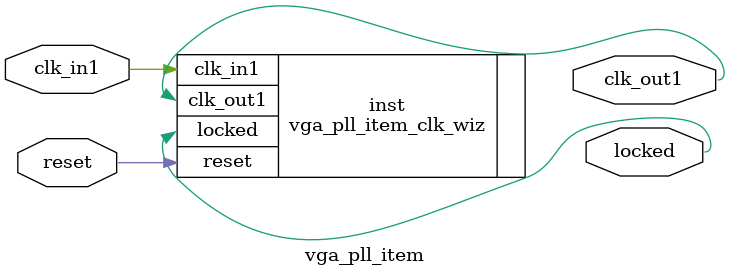
<source format=v>


`timescale 1ps/1ps

(* CORE_GENERATION_INFO = "vga_pll_item,clk_wiz_v6_0_4_0_0,{component_name=vga_pll_item,use_phase_alignment=true,use_min_o_jitter=false,use_max_i_jitter=false,use_dyn_phase_shift=false,use_inclk_switchover=false,use_dyn_reconfig=false,enable_axi=0,feedback_source=FDBK_AUTO,PRIMITIVE=PLL,num_out_clk=1,clkin1_period=10.000,clkin2_period=10.000,use_power_down=false,use_reset=true,use_locked=true,use_inclk_stopped=false,feedback_type=SINGLE,CLOCK_MGR_TYPE=NA,manual_override=false}" *)

module vga_pll_item 
 (
  // Clock out ports
  output        clk_out1,
  // Status and control signals
  input         reset,
  output        locked,
 // Clock in ports
  input         clk_in1
 );

  vga_pll_item_clk_wiz inst
  (
  // Clock out ports  
  .clk_out1(clk_out1),
  // Status and control signals               
  .reset(reset), 
  .locked(locked),
 // Clock in ports
  .clk_in1(clk_in1)
  );

endmodule

</source>
